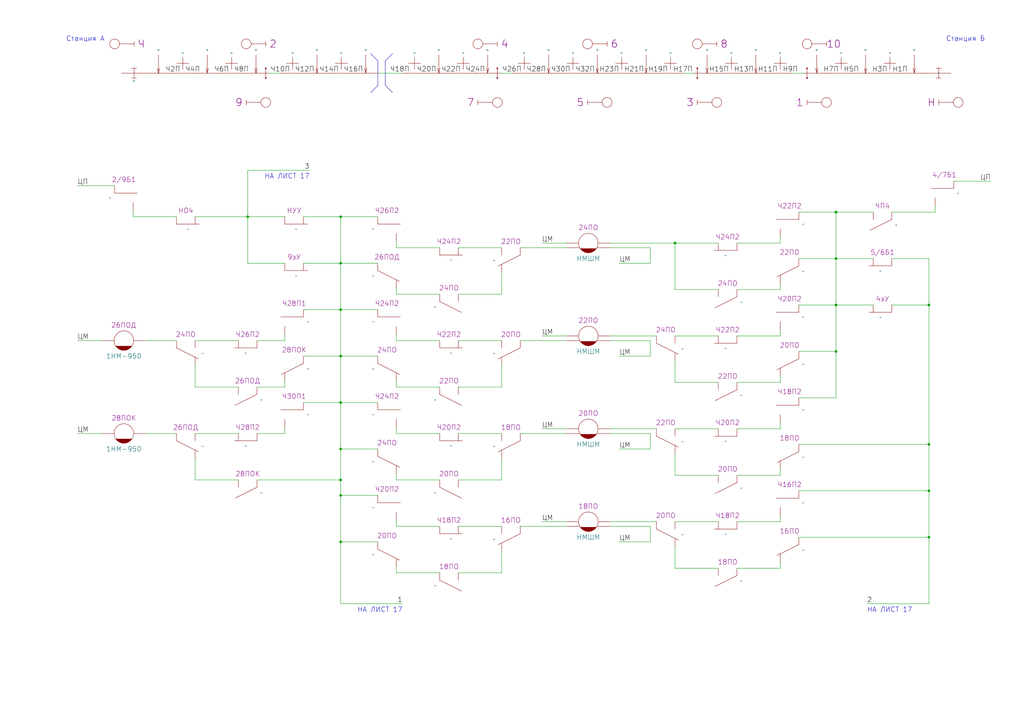
<source format=kicad_sch>
(kicad_sch (version 20231120) (generator "eeschema") (generator_version "8.0")
  (paper "A3")
  (title_block (title "Станция А") (company "МКТ РУТ (МИИТ)") (comment 1 "КП 27.02.03.03.000 ГЧ") (comment 2 "Сафранович") (comment 3 "Бузунова"))
  (lib_symbols
    (symbol "SCB:Генератор_Нитки"
      (symbol "Генератор_Нитки_0_1"
        (polyline (pts (xy 0 0) (xy -0.5 -2)))
        (polyline (pts (xy 0 0) (xy 0 -7.5)))
        (polyline (pts (xy 0 0) (xy 0.5 -2)))
        (polyline (pts (xy 5 0) (xy -5 0)))
      )
      (symbol "Генератор_Нитки_1_1"
        (pin unspecified line (at -5 0 0) (length 0) (name "") (number ""))
        (pin unspecified line (at 5 0 180) (length 0) (name "") (number ""))
      )
    )
    (symbol "SCB:Изостык" (pin_numbers hide) (pin_names (offset 0) hide)
      (symbol "Изостык_0_1"
        (polyline (pts (xy -1 -2) (xy 1 -2)))
        (polyline (pts (xy 0 -2) (xy 0 2)))
        (polyline (pts (xy 1 2) (xy -1 2)))
      )
      (symbol "Изостык_1_1"
        (pin unspecified line (at 0 0 90) (length 0) (name "привязка") (number ""))
      )
      (symbol "Изостык_2_1"
        (polyline (pts (xy -5 0) (xy 5 0)))
        (pin passive line (at 0 2 270) (length 0) (name "") (number ""))
        (pin unspecified line (at 5 0 180) (length 0) (name "") (number ""))
        (pin unspecified line (at -5 0 0) (length 0) (name "привязка") (number ""))
      )
    )
    (symbol "SCB:Приемник_Нитки"
      (symbol "Приемник_Нитки_0_1"
        (polyline (pts (xy -5 0) (xy 5 0)))
        (polyline (pts (xy 0 -1.5) (xy 0 -6.5)))
        (polyline (pts (xy 2.5 -4) (xy -2.5 -4)))
      )
      (symbol "Приемник_Нитки_1_1"
        (pin unspecified line (at -5 0 0) (length 0) (name "") (number ""))
        (pin unspecified line (at 5 0 180) (length 0) (name "") (number ""))
      )
    )
    (symbol "SCB:Светофор" (pin_numbers hide) (pin_names (offset 0) hide)
      (property "Литера" "?" (at 3 12 0))
      (symbol "Светофор_0_1"
        (circle (center -8 12) (radius 2))
        (polyline (pts (xy 0 11) (xy 0 13)))
        (polyline (pts (xy 0 12) (xy -6 12)))
      )
      (symbol "Светофор_1_1"
        (pin unspecified line (at 0 0 90) (length 0) (name "привязка") (number ""))
      )
    )
    (symbol "SCB:УКСПС" (pin_numbers hide) (pin_names (offset 0) hide)
      (property "Литера" "?УКСПС" (at 0 6 0))
      (symbol "УКСПС_0_1"
        (polyline (pts (xy 0 -2) (xy 0 2)))
      )
      (symbol "УКСПС_1_1"
        (circle (center 0 -2) (radius 0.25) (fill (type outline)))
        (circle (center 0 2) (radius 0.25) (fill (type outline)))
        (pin unspecified line (at 0 0 90) (length 0) (name "привязка") (number ""))
      )
      (symbol "УКСПС_2_1"
        (circle (center 0 -2) (radius 0.25) (fill (type outline)))
        (polyline (pts (xy -1.5 2.5) (xy -5.5 2.5)))
        (polyline (pts (xy -5.5 2.5) (xy -4 3) (xy -4 2) (xy -5.5 2.5)) (fill (type outline)))
        (circle (center 0 2) (radius 0.25) (fill (type outline)))
        (pin unspecified line (at 0 0 90) (length 0) (name "привязка") (number ""))
      )
    )
    (symbol "SCB_Relay:Контакт_нейтрального_якоря" (pin_numbers hide) (pin_names hide)
      (property "Обозначение реле" "Н" (at 0 2.54 0))
      (symbol "Контакт_нейтрального_якоря_0_1"
        (polyline (pts (xy -3.81 -3) (xy 5.19 -7.5)))
        (pin bidirectional line (at -3.81 0 270) (length 3) (name "") (number "1"))
      )
      (symbol "Контакт_нейтрального_якоря_1_1"
        (pin bidirectional line (at 3.81 0 270) (length 3) (name "") (number "2"))
        (pin bidirectional line (at 3.81 -10.16 90) (length 3.3) (name "") (number "3"))
      )
      (symbol "Контакт_нейтрального_якоря_2_1"
        (pin bidirectional line (at 3.81 -10.16 90) (length 3.3) (name "") (number "3"))
      )
      (symbol "Контакт_нейтрального_якоря_3_1"
        (pin bidirectional line (at 3.81 0 270) (length 3) (name "") (number "2"))
      )
      (symbol "Контакт_нейтрального_якоря_4_1"
        (polyline (pts (xy 3.81 -10.16) (xy 7.62 -10.16)))
        (polyline (pts (xy 3.81 -8.89) (xy 5.715 -10.16)))
        (polyline (pts (xy 3.81 -6.858) (xy 3.81 -10.16)))
        (polyline (pts (xy 3.81 -1.27) (xy 5.715 0)))
        (polyline (pts (xy 3.81 0) (xy 3.81 -3)))
        (polyline (pts (xy 3.81 0) (xy 7.62 0)))
        (pin bidirectional line (at -3.81 0 270) (length 3) (name "") (number "1"))
        (pin bidirectional line (at 8.89 0 180) (length 2) (name "") (number "2"))
        (pin bidirectional line (at 8.89 -10.16 180) (length 2) (name "") (number "3"))
      )
      (symbol "Контакт_нейтрального_якоря_5_1"
        (polyline (pts (xy 3.81 -1.27) (xy 5.715 0)))
        (polyline (pts (xy 3.81 0) (xy 3.81 -3)))
        (polyline (pts (xy 3.81 0) (xy 7.62 0)))
        (pin bidirectional line (at 8.89 0 180) (length 2) (name "") (number "2"))
      )
      (symbol "Контакт_нейтрального_якоря_6_1"
        (polyline (pts (xy 3.81 -8.89) (xy 5.715 -10.16)))
        (polyline (pts (xy 3.81 -6.858) (xy 3.81 -10.16) (xy 6.985 -10.16)))
        (pin bidirectional line (at 8.89 -10.16 180) (length 2) (name "") (number "3"))
      )
      (symbol "Контакт_нейтрального_якоря_7_1"
        (polyline (pts (xy 11.43 0) (xy 3.81 0) (xy 3.81 -3)))
        (polyline (pts (xy 3.81 0) (xy 5.5 1) (xy 8.5 -1) (xy 10 0)))
        (pin bidirectional line (at 12.7 0 180) (length 2) (name "") (number "2"))
        (pin bidirectional line (at 3.81 -10.16 90) (length 3.3) (name "") (number "3"))
      )
      (symbol "Контакт_нейтрального_якоря_8_1"
        (arc (start 5 -8.5) (mid 6.0355 -6) (end 5 -3.5))
        (pin bidirectional line (at 3.81 0 270) (length 3) (name "") (number "2"))
        (pin bidirectional line (at 3.81 -10.16 90) (length 3.3) (name "") (number "3"))
      )
    )
    (symbol "SCB_Relay:Контакт_нейтрального_якоря_НЗ" (pin_numbers hide) (pin_names hide)
      (property "Обозначение реле" "Н" (at 0 2.54 0))
      (symbol "Контакт_нейтрального_якоря_НЗ_0_1"
        (polyline (pts (xy -3.81 -3) (xy 5.5 -3)))
        (pin bidirectional line (at -3.81 0 270) (length 3) (name "") (number "1"))
      )
      (symbol "Контакт_нейтрального_якоря_НЗ_1_1"
        (pin bidirectional line (at 3.81 0 270) (length 3) (name "") (number "2"))
        (pin bidirectional line (at 3.81 -10.16 90) (length 3.3) (name "") (number "3"))
      )
      (symbol "Контакт_нейтрального_якоря_НЗ_2_1"
        (pin bidirectional line (at 3.81 -10.16 90) (length 3.3) (name "") (number "3"))
      )
      (symbol "Контакт_нейтрального_якоря_НЗ_3_1"
        (pin bidirectional line (at 3.81 0 270) (length 3) (name "") (number "2"))
      )
      (symbol "Контакт_нейтрального_якоря_НЗ_4_1"
        (polyline (pts (xy 3.81 -10.16) (xy 7.62 -10.16)))
        (polyline (pts (xy 3.81 -8.89) (xy 5.715 -10.16)))
        (polyline (pts (xy 3.81 -6.858) (xy 3.81 -10.16)))
        (polyline (pts (xy 3.81 -1.27) (xy 5.715 0)))
        (polyline (pts (xy 3.81 0) (xy 3.81 -3)))
        (polyline (pts (xy 3.81 0) (xy 7.62 0)))
        (pin bidirectional line (at -3.81 0 270) (length 3) (name "") (number "1"))
        (pin bidirectional line (at 8.89 0 180) (length 2) (name "") (number "2"))
        (pin bidirectional line (at 8.89 -10.16 180) (length 2) (name "") (number "3"))
      )
      (symbol "Контакт_нейтрального_якоря_НЗ_5_1"
        (polyline (pts (xy 3.81 -1.27) (xy 5.715 0)))
        (polyline (pts (xy 3.81 0) (xy 3.81 -3)))
        (polyline (pts (xy 3.81 0) (xy 7.62 0)))
        (pin bidirectional line (at 8.89 0 180) (length 2) (name "") (number "2"))
      )
      (symbol "Контакт_нейтрального_якоря_НЗ_6_1"
        (polyline (pts (xy 3.81 -8.89) (xy 5.715 -10.16)))
        (polyline (pts (xy 3.81 -6.858) (xy 3.81 -10.16) (xy 6.985 -10.16)))
        (pin bidirectional line (at 8.89 -10.16 180) (length 2) (name "") (number "3"))
      )
      (symbol "Контакт_нейтрального_якоря_НЗ_7_1"
        (polyline (pts (xy 11.43 0) (xy 3.81 0) (xy 3.81 -3)))
        (polyline (pts (xy 3.81 0) (xy 5.5 1) (xy 8.5 -1) (xy 10 0)))
        (pin bidirectional line (at 12.7 0 180) (length 2) (name "") (number "2"))
        (pin bidirectional line (at 3.81 -10.16 90) (length 3.3) (name "") (number "3"))
      )
      (symbol "Контакт_нейтрального_якоря_НЗ_8_1"
        (arc (start 5 -8.5) (mid 6.0355 -6) (end 5 -3.5))
        (pin bidirectional line (at 3.81 0 270) (length 3) (name "") (number "2"))
        (pin bidirectional line (at 3.81 -10.16 90) (length 3.3) (name "") (number "3"))
      )
    )
    (symbol "SCB_Relay:Нейтральное_с_замедлением_на_отпуск" (pin_numbers hide) (pin_names (offset 0.002) hide)
      (property "Value" "НМШМ" (at 0 -6.35 0))
      (property "Обозначение реле" "Н" (at 0 6.35 0))
      (symbol "Нейтральное_с_замедлением_на_отпуск_0_1"
        (polyline (pts (xy -3.25 -2.25) (xy 3.25 -2.25) (xy 2.5 -3) (xy 1.25 -3.75) (xy 0 -4) (xy -1.25 -3.75) (xy -2.5 -3) (xy -3.25 -2.25)) (fill (type outline)))
        (circle (center 0 0) (radius 4))
      )
      (symbol "Нейтральное_с_замедлением_на_отпуск_1_1"
        (pin power_in line (at -8.89 0 0) (length 4.8) (name "") (number "1"))
        (pin power_in line (at 8.89 0 180) (length 4.8) (name "") (number "4"))
      )
      (symbol "Нейтральное_с_замедлением_на_отпуск_2_1"
        (pin power_in line (at -8.89 0 0) (length 4.8) (name "") (number "1"))
        (pin power_in line (at -8.89 -1.905 0) (length 5.3) (name "") (number "2"))
        (pin power_in line (at 8.89 0 180) (length 4.8) (name "") (number "3"))
        (pin power_in line (at 8.89 -1.905 180) (length 5.3) (name "") (number "4"))
      )
    )
  )
  (junction (at 139.7 88.9))
  (junction (at 381 125.095))
  (junction (at 276.86 99.695))
  (junction (at 139.7 196.85))
  (junction (at 342.9 106.045))
  (junction (at 101.6 88.9))
  (junction (at 381 201.295))
  (junction (at 139.7 146.05))
  (junction (at 342.9 125.095))
  (junction (at 139.7 203.2))
  (junction (at 139.7 127))
  (junction (at 139.7 184.15))
  (junction (at 139.7 165.1))
  (junction (at 381 220.345))
  (junction (at 342.9 144.145))
  (junction (at 139.7 222.25))
  (junction (at 342.9 86.995))
  (junction (at 139.7 107.95))
  (junction (at 381 182.245))
  (wire (pts (xy 222.25 213.995) (xy 232.41 213.995)))
  (wire (pts (xy 105.41 139.7) (xy 116.84 139.7)))
  (wire (pts (xy 205.74 158.75) (xy 187.96 158.75)))
  (wire (pts (xy 110 30) (xy 115 30)))
  (wire (pts (xy 266.7 215.9) (xy 250.19 215.9)))
  (polyline (pts (xy 161 22) (xy 158 25)))
  (wire (pts (xy 165.1 247.65) (xy 139.7 247.65)))
  (wire (pts (xy 327.66 182.245) (xy 381 182.245)))
  (wire (pts (xy 381 201.295) (xy 381 220.345)))
  (wire (pts (xy 320.04 175.895) (xy 302.26 175.895)))
  (wire (pts (xy 254 107.95) (xy 266.7 107.95)))
  (wire (pts (xy 205.74 234.95) (xy 187.96 234.95)))
  (wire (pts (xy 320.04 230.505) (xy 320.04 233.045)))
  (wire (pts (xy 342.9 125.095) (xy 342.9 144.145)))
  (wire (pts (xy 124.46 146.05) (xy 139.7 146.05)))
  (wire (pts (xy 381 106.045) (xy 381 125.095)))
  (wire (pts (xy 365.76 125.095) (xy 381 125.095)))
  (wire (pts (xy 320.04 213.995) (xy 302.26 213.995)))
  (wire (pts (xy 213.36 139.7) (xy 232.41 139.7)))
  (wire (pts (xy 105.41 196.85) (xy 139.7 196.85)))
  (wire (pts (xy 187.96 215.9) (xy 205.74 215.9)))
  (wire (pts (xy 213.36 101.6) (xy 232.41 101.6)))
  (wire (pts (xy 205.74 111.76) (xy 205.74 120.65)))
  (wire (pts (xy 162.56 194.31) (xy 162.56 196.85)))
  (wire (pts (xy 162.56 158.75) (xy 180.34 158.75)))
  (wire (pts (xy 155 30) (xy 165 30)))
  (wire (pts (xy 302.26 233.045) (xy 320.04 233.045)))
  (wire (pts (xy 139.7 203.2) (xy 154.94 203.2)))
  (wire (pts (xy 162.56 118.11) (xy 162.56 120.65)))
  (wire (pts (xy 342.9 125.095) (xy 342.9 106.045)))
  (wire (pts (xy 276.86 99.695) (xy 294.64 99.695)))
  (wire (pts (xy 139.7 88.9) (xy 139.7 107.95)))
  (polyline (pts (xy 152 22) (xy 155 25)))
  (wire (pts (xy 320.04 118.745) (xy 302.26 118.745)))
  (wire (pts (xy 101.6 88.9) (xy 101.6 107.95)))
  (wire (pts (xy 342.9 144.145) (xy 342.9 163.195)))
  (wire (pts (xy 105.41 177.8) (xy 116.84 177.8)))
  (wire (pts (xy 162.56 196.85) (xy 180.34 196.85)))
  (wire (pts (xy 139.7 146.05) (xy 154.94 146.05)))
  (wire (pts (xy 266.7 101.6) (xy 250.19 101.6)))
  (wire (pts (xy 162.56 177.8) (xy 180.34 177.8)))
  (wire (pts (xy 342.9 163.195) (xy 327.66 163.195)))
  (wire (pts (xy 276.86 233.045) (xy 294.64 233.045)))
  (wire (pts (xy 80.01 149.86) (xy 80.01 158.75)))
  (wire (pts (xy 101.6 88.9) (xy 116.84 88.9)))
  (wire (pts (xy 187.96 101.6) (xy 205.74 101.6)))
  (wire (pts (xy 213.36 177.8) (xy 232.41 177.8)))
  (wire (pts (xy 139.7 222.25) (xy 139.7 247.65)))
  (wire (pts (xy 342.9 125.095) (xy 358.14 125.095)))
  (wire (pts (xy 127 69.85) (xy 101.6 69.85)))
  (wire (pts (xy 124.46 165.1) (xy 139.7 165.1)))
  (wire (pts (xy 31.75 139.7) (xy 41.91 139.7)))
  (wire (pts (xy 320.04 211.455) (xy 320.04 213.995)))
  (wire (pts (xy 222.25 137.795) (xy 232.41 137.795)))
  (wire (pts (xy 124.46 127) (xy 139.7 127)))
  (wire (pts (xy 162.56 232.41) (xy 162.56 234.95)))
  (wire (pts (xy 59.69 139.7) (xy 72.39 139.7)))
  (wire (pts (xy 80.01 88.9) (xy 101.6 88.9)))
  (wire (pts (xy 254 146.05) (xy 266.7 146.05)))
  (wire (pts (xy 162.56 234.95) (xy 180.34 234.95)))
  (wire (pts (xy 342.9 106.045) (xy 358.14 106.045)))
  (wire (pts (xy 162.56 120.65) (xy 180.34 120.65)))
  (wire (pts (xy 320.04 116.205) (xy 320.04 118.745)))
  (wire (pts (xy 205.74 149.86) (xy 205.74 158.75)))
  (wire (pts (xy 80.01 196.85) (xy 97.79 196.85)))
  (wire (pts (xy 139.7 184.15) (xy 139.7 196.85)))
  (wire (pts (xy 162.56 175.26) (xy 162.56 177.8)))
  (wire (pts (xy 342.9 86.995) (xy 342.9 106.045)))
  (wire (pts (xy 139.7 107.95) (xy 154.94 107.95)))
  (wire (pts (xy 31.75 76.2) (xy 46.99 76.2)))
  (wire (pts (xy 320.04 97.155) (xy 320.04 99.695)))
  (wire (pts (xy 365.76 106.045) (xy 381 106.045)))
  (wire (pts (xy 162.56 99.06) (xy 162.56 101.6)))
  (wire (pts (xy 320.04 135.255) (xy 320.04 137.795)))
  (wire (pts (xy 276.86 118.745) (xy 294.64 118.745)))
  (wire (pts (xy 124.46 107.95) (xy 139.7 107.95)))
  (wire (pts (xy 266.7 222.25) (xy 266.7 215.9)))
  (wire (pts (xy 280 30) (xy 285 30)))
  (wire (pts (xy 162.56 215.9) (xy 180.34 215.9)))
  (wire (pts (xy 254 184.15) (xy 266.7 184.15)))
  (wire (pts (xy 381 182.245) (xy 381 201.295)))
  (wire (pts (xy 250.19 175.895) (xy 269.24 175.895)))
  (wire (pts (xy 139.7 222.25) (xy 139.7 203.2)))
  (wire (pts (xy 320.04 99.695) (xy 302.26 99.695)))
  (wire (pts (xy 116.84 175.26) (xy 116.84 177.8)))
  (wire (pts (xy 266.7 184.15) (xy 266.7 177.8)))
  (wire (pts (xy 54.61 86.36) (xy 54.61 88.9)))
  (wire (pts (xy 80.01 177.8) (xy 97.79 177.8)))
  (wire (pts (xy 162.56 213.36) (xy 162.56 215.9)))
  (wire (pts (xy 80.01 158.75) (xy 97.79 158.75)))
  (wire (pts (xy 381 125.095) (xy 381 182.245)))
  (wire (pts (xy 294.64 137.795) (xy 276.86 137.795)))
  (wire (pts (xy 162.56 137.16) (xy 162.56 139.7)))
  (wire (pts (xy 205 30) (xy 210 30)))
  (wire (pts (xy 325 30) (xy 330 30)))
  (wire (pts (xy 254 222.25) (xy 266.7 222.25)))
  (wire (pts (xy 355.6 247.65) (xy 381 247.65)))
  (wire (pts (xy 116.84 156.21) (xy 116.84 158.75)))
  (wire (pts (xy 381 220.345) (xy 381 247.65)))
  (wire (pts (xy 320.04 192.405) (xy 320.04 194.945)))
  (wire (pts (xy 276.86 147.955) (xy 276.86 156.845)))
  (wire (pts (xy 54.61 88.9) (xy 72.39 88.9)))
  (wire (pts (xy 276.86 194.945) (xy 294.64 194.945)))
  (wire (pts (xy 342.9 86.995) (xy 358.14 86.995)))
  (wire (pts (xy 320.04 156.845) (xy 302.26 156.845)))
  (wire (pts (xy 187.96 139.7) (xy 205.74 139.7)))
  (wire (pts (xy 139.7 196.85) (xy 139.7 203.2)))
  (wire (pts (xy 320.04 173.355) (xy 320.04 175.895)))
  (wire (pts (xy 276.86 186.055) (xy 276.86 194.945)))
  (wire (pts (xy 116.84 158.75) (xy 105.41 158.75)))
  (wire (pts (xy 162.56 139.7) (xy 180.34 139.7)))
  (wire (pts (xy 327.66 220.345) (xy 381 220.345)))
  (wire (pts (xy 320.04 194.945) (xy 302.26 194.945)))
  (wire (pts (xy 162.56 101.6) (xy 180.34 101.6)))
  (wire (pts (xy 80.01 139.7) (xy 97.79 139.7)))
  (wire (pts (xy 139.7 88.9) (xy 154.94 88.9)))
  (wire (pts (xy 59.69 177.8) (xy 72.39 177.8)))
  (wire (pts (xy 250.19 137.795) (xy 269.24 137.795)))
  (wire (pts (xy 342.9 106.045) (xy 327.66 106.045)))
  (wire (pts (xy 187.96 177.8) (xy 205.74 177.8)))
  (wire (pts (xy 101.6 107.95) (xy 116.84 107.95)))
  (wire (pts (xy 266.7 107.95) (xy 266.7 101.6)))
  (wire (pts (xy 31.75 177.8) (xy 41.91 177.8)))
  (wire (pts (xy 342.9 86.995) (xy 327.66 86.995)))
  (wire (pts (xy 205.74 187.96) (xy 205.74 196.85)))
  (wire (pts (xy 342.9 144.145) (xy 327.66 144.145)))
  (wire (pts (xy 320.04 154.305) (xy 320.04 156.845)))
  (wire (pts (xy 213.36 215.9) (xy 232.41 215.9)))
  (wire (pts (xy 139.7 107.95) (xy 139.7 127)))
  (wire (pts (xy 222.25 175.895) (xy 232.41 175.895)))
  (wire (pts (xy 320.04 137.795) (xy 302.26 137.795)))
  (wire (pts (xy 139.7 127) (xy 139.7 146.05)))
  (wire (pts (xy 391.16 74.295) (xy 406.4 74.295)))
  (wire (pts (xy 205.74 226.06) (xy 205.74 234.95)))
  (wire (pts (xy 116.84 137.16) (xy 116.84 139.7)))
  (wire (pts (xy 342.9 125.095) (xy 327.66 125.095)))
  (wire (pts (xy 383.54 86.995) (xy 365.76 86.995)))
  (wire (pts (xy 327.66 201.295) (xy 381 201.295)))
  (wire (pts (xy 294.64 213.995) (xy 276.86 213.995)))
  (wire (pts (xy 139.7 165.1) (xy 154.94 165.1)))
  (wire (pts (xy 80.01 187.96) (xy 80.01 196.85)))
  (wire (pts (xy 294.64 175.895) (xy 276.86 175.895)))
  (wire (pts (xy 139.7 146.05) (xy 139.7 165.1)))
  (polyline (pts (xy 152 38) (xy 155 35)))
  (wire (pts (xy 222.25 99.695) (xy 232.41 99.695)))
  (wire (pts (xy 276.86 156.845) (xy 294.64 156.845)))
  (wire (pts (xy 154.94 222.25) (xy 139.7 222.25)))
  (wire (pts (xy 124.46 88.9) (xy 139.7 88.9)))
  (polyline (pts (xy 158 35) (xy 161 38)))
  (wire (pts (xy 139.7 165.1) (xy 139.7 184.15)))
  (wire (pts (xy 266.7 146.05) (xy 266.7 139.7)))
  (wire (pts (xy 383.54 84.455) (xy 383.54 86.995)))
  (wire (pts (xy 266.7 139.7) (xy 250.19 139.7)))
  (wire (pts (xy 276.86 99.695) (xy 276.86 118.745)))
  (wire (pts (xy 162.56 156.21) (xy 162.56 158.75)))
  (wire (pts (xy 205.74 196.85) (xy 187.96 196.85)))
  (wire (pts (xy 250.19 213.995) (xy 269.24 213.995)))
  (wire (pts (xy 139.7 184.15) (xy 154.94 184.15)))
  (wire (pts (xy 139.7 127) (xy 154.94 127)))
  (wire (pts (xy 205.74 120.65) (xy 187.96 120.65)))
  (wire (pts (xy 276.86 224.155) (xy 276.86 233.045)))
  (polyline (pts (xy 155 25) (xy 155 35)))
  (wire (pts (xy 250.19 99.695) (xy 276.86 99.695)))
  (wire (pts (xy 101.6 69.85) (xy 101.6 88.9)))
  (wire (pts (xy 266.7 177.8) (xy 250.19 177.8)))
  (polyline (pts (xy 158 25) (xy 158 35)))
  (text "Станция А" (at 35 16 0) (effects (font (size 2 2))))
  (text "Станция Б" (at 396 16 0) (effects (font (size 2 2))))
  (text "НА ЛИСТ 17" (at 355.6 250.19 0) (effects (font (size 2 2)) (justify left)))
  (text "НА ЛИСТ 17" (at 127 72.39 0) (effects (font (size 2 2)) (justify right)))
  (text "НА ЛИСТ 17" (at 165.1 250.19 0) (effects (font (size 2 2)) (justify right)))
  (label "Ч28П" (at 216 30 0) (effects (font (size 2 2))) (property "Netclass" "Рельсы" (effects (hide yes))))
  (label "Ч32П" (at 236 30 0) (effects (font (size 2 2))) (property "Netclass" "Рельсы" (effects (hide yes))))
  (label "Н11П" (at 319 30 180) (effects (font (size 2 2))) (property "Netclass" "Рельсы" (effects (hide yes))))
  (label "Ч4П" (at 76 30 0) (effects (font (size 2 2))) (property "Netclass" "Рельсы" (effects (hide yes))))
  (label "ЦМ" (at 222.25 213.995 0) (effects (font (size 2 2))) (property "Netclass" "Цепь" (effects (hide yes))))
  (label "ЦМ" (at 222.25 137.795 0) (effects (font (size 2 2))) (property "Netclass" "Цепь" (effects (hide yes))))
  (label "Ч26П" (at 214 30 180) (effects (font (size 2 2))) (property "Netclass" "Рельсы" (effects (hide yes))))
  (label "Н5П" (at 346 30 0) (effects (font (size 2 2))) (property "Netclass" "Рельсы" (effects (hide yes))))
  (label "Ч10П" (at 119 30 180) (effects (font (size 2 2))) (property "Netclass" "Рельсы" (effects (hide yes))))
  (label "Н23П" (at 254 30 180) (effects (font (size 2 2))) (property "Netclass" "Рельсы" (effects (hide yes))))
  (label "Н1П" (at 366 30 0) (effects (font (size 2 2))) (property "Netclass" "Рельсы" (effects (hide yes))))
  (label "Н21П" (at 256 30 0) (effects (font (size 2 2))) (property "Netclass" "Рельсы" (effects (hide yes))))
  (label "Ч12П" (at 121 30 0) (effects (font (size 2 2))) (property "Netclass" "Рельсы" (effects (hide yes))))
  (label "Ч30П" (at 234 30 180) (effects (font (size 2 2))) (property "Netclass" "Рельсы" (effects (hide yes))))
  (label "ЦП" (at 31.75 76.2 0) (effects (font (size 2 2))) (property "Netclass" "Цепь" (effects (hide yes))))
  (label "ЦП" (at 406.4 74.295 180) (effects (font (size 2 2))) (property "Netclass" "Цепь" (effects (hide yes))))
  (label "Ч8П" (at 96 30 0) (effects (font (size 2 2))) (property "Netclass" "Рельсы" (effects (hide yes))))
  (label "Ч24П" (at 191 30 0) (effects (font (size 2 2))) (property "Netclass" "Рельсы" (effects (hide yes))))
  (label "ЦМ" (at 31.75 139.7 0) (effects (font (size 2 2))) (property "Netclass" "Цепь" (effects (hide yes))))
  (label "Н3П" (at 364 30 180) (effects (font (size 2 2))) (property "Netclass" "Рельсы" (effects (hide yes))))
  (label "Н15П" (at 299 30 180) (effects (font (size 2 2))) (property "Netclass" "Рельсы" (effects (hide yes))))
  (label "ЦМ" (at 254 146.05 0) (effects (font (size 2 2))) (property "Netclass" "Цепь" (effects (hide yes))))
  (label "3" (at 127 69.85 180) (effects (font (size 2 2))) (property "Netclass" "Цепь" (effects (hide yes))))
  (label "1" (at 165.1 247.65 180) (effects (font (size 2 2))) (property "Netclass" "Цепь" (effects (hide yes))))
  (label "ЦМ" (at 222.25 175.895 0) (effects (font (size 2 2))) (property "Netclass" "Цепь" (effects (hide yes))))
  (label "Н9П" (at 321 30 0) (effects (font (size 2 2))) (property "Netclass" "Рельсы" (effects (hide yes))))
  (label "ЦМ" (at 222.25 99.695 0) (effects (font (size 2 2))) (property "Netclass" "Цепь" (effects (hide yes))))
  (label "Ч22П" (at 189 30 180) (effects (font (size 2 2))) (property "Netclass" "Рельсы" (effects (hide yes))))
  (label "Ч6П" (at 94 30 180) (effects (font (size 2 2))) (property "Netclass" "Рельсы" (effects (hide yes))))
  (label "Ч2П" (at 74 30 180) (effects (font (size 2 2))) (property "Netclass" "Рельсы" (effects (hide yes))))
  (label "Ч14П" (at 139 30 180) (effects (font (size 2 2))) (property "Netclass" "Рельсы" (effects (hide yes))))
  (label "ЦМ" (at 254 222.25 0) (effects (font (size 2 2))) (property "Netclass" "Цепь" (effects (hide yes))))
  (label "Н13П" (at 301 30 0) (effects (font (size 2 2))) (property "Netclass" "Рельсы" (effects (hide yes))))
  (label "Ч16П" (at 141 30 0) (effects (font (size 2 2))) (property "Netclass" "Рельсы" (effects (hide yes))))
  (label "ЦМ" (at 254 107.95 0) (effects (font (size 2 2))) (property "Netclass" "Цепь" (effects (hide yes))))
  (label "Н19П" (at 274 30 180) (effects (font (size 2 2))) (property "Netclass" "Рельсы" (effects (hide yes))))
  (label "Н7П" (at 344 30 180) (effects (font (size 2 2))) (property "Netclass" "Рельсы" (effects (hide yes))))
  (label "ЦМ" (at 31.75 177.8 0) (effects (font (size 2 2))) (property "Netclass" "Цепь" (effects (hide yes))))
  (label "Ч18П" (at 168 30 180) (effects (font (size 2 2))) (property "Netclass" "Рельсы" (effects (hide yes))))
  (label "ЦМ" (at 254 184.15 0) (effects (font (size 2 2))) (property "Netclass" "Цепь" (effects (hide yes))))
  (label "2" (at 355.6 247.65 0) (effects (font (size 2 2))) (property "Netclass" "Цепь" (effects (hide yes))))
  (label "Н17П" (at 276 30 0) (effects (font (size 2 2))) (property "Netclass" "Рельсы" (effects (hide yes))))
  (label "Ч20П" (at 171 30 0) (effects (font (size 2 2))) (property "Netclass" "Рельсы" (effects (hide yes))))
  (symbol (lib_id "SCB:Генератор_Нитки") (at 225 30 180) (unit 1)
    (property "Reference" "Генератор1111113111" (effects (hide yes)))
    (property "Value" "~" (at 225 20.48 0))
  )
  (symbol (lib_id "SCB_Relay:Контакт_нейтрального_якоря") (at 361.95 86.995 0) (mirror y) (unit 3)
    (property "Reference" "Н112111" (effects (hide yes)))
    (property "Value" "~" (at 367.03 92.245 0) (effects (justify right)))
    (property "Обозначение реле" "ЧП4" (at 361.95 84.455 0) (effects (font (size 2 2))))
  )
  (symbol (lib_id "SCB_Relay:Контакт_нейтрального_якоря_НЗ") (at 323.85 201.295 0) (mirror y) (unit 2)
    (property "Reference" "Н131114" (effects (hide yes)))
    (property "Value" "~" (at 328.93 206.225 0) (effects (justify right)))
    (property "Обозначение реле" "Ч16П2" (at 323.85 198.755 0) (effects (font (size 2 2))))
  )
  (symbol (lib_id "SCB:УКСПС") (at 109 30 0) (unit 1)
    (property "Reference" "УКСПС11111" (effects (hide yes)))
    (property "Литера" "?УКСПС" (effects (hide yes)))
  )
  (symbol (lib_id "SCB_Relay:Контакт_нейтрального_якоря") (at 184.15 158.75 0) (unit 3)
    (property "Reference" "Н1121" (effects (hide yes)))
    (property "Value" "~" (at 179.07 164 0) (effects (justify right)))
    (property "Обозначение реле" "22ПО" (at 184.15 156.21 0) (effects (font (size 2 2))))
  )
  (symbol (lib_id "SCB_Relay:Нейтральное_с_замедлением_на_отпуск") (at 241.3 213.995 0) (unit 2)
    (property "Reference" "Н115" (effects (hide yes)))
    (property "Value" "НМШМ" (at 241.3 220.345 0) (effects (font (size 2 2))))
    (property "Обозначение реле" "18ПО" (at 241.3 207.645 0) (effects (font (size 2 2))))
  )
  (symbol (lib_id "SCB_Relay:Контакт_нейтрального_якоря") (at 298.45 156.845 0) (mirror y) (unit 3)
    (property "Reference" "Н11212" (effects (hide yes)))
    (property "Value" "~" (at 303.53 162.095 0) (effects (justify right)))
    (property "Обозначение реле" "22ПО" (at 298.45 154.305 0) (effects (font (size 2 2))))
  )
  (symbol (lib_id "SCB_Relay:Контакт_нейтрального_якоря") (at 158.75 146.05 0) (unit 2)
    (property "Reference" "Н11111" (effects (hide yes)))
    (property "Value" "~" (at 153.67 151.3 0) (effects (justify right)))
    (property "Обозначение реле" "24ПО" (at 158.75 143.51 0) (effects (font (size 2 2))))
  )
  (symbol (lib_id "SCB_Relay:Контакт_нейтрального_якоря") (at 120.65 146.05 0) (mirror y) (unit 2)
    (property "Reference" "Н112" (effects (hide yes)))
    (property "Value" "~" (at 125.73 151.3 0) (effects (justify right)))
    (property "Обозначение реле" "28ПОК" (at 120.65 143.51 0) (effects (font (size 2 2))))
  )
  (symbol (lib_id "SCB:Генератор_Нитки") (at 85 30 180) (unit 1)
    (property "Reference" "Генератор111111111" (effects (hide yes)))
    (property "Value" "~" (at 85 20.48 0))
  )
  (symbol (lib_id "SCB:Генератор_Нитки") (at 150 30 180) (unit 1)
    (property "Reference" "Генератор1111111111" (effects (hide yes)))
    (property "Value" "~" (at 150 20.48 0))
  )
  (symbol (lib_id "SCB_Relay:Контакт_нейтрального_якоря_НЗ") (at 158.75 88.9 0) (unit 2)
    (property "Reference" "Н1311" (effects (hide yes)))
    (property "Value" "~" (at 153.67 93.83 0) (effects (justify right)))
    (property "Обозначение реле" "Ч26П2" (at 158.75 86.36 0) (effects (font (size 2 2))))
  )
  (symbol (lib_id "SCB:Светофор") (at 204 30 0) (unit 1)
    (property "Reference" "Светофор112111" (effects (hide yes)))
    (property "Литера" "4" (at 207 18 0) (effects (font (size 3 3))))
  )
  (symbol (lib_id "SCB:Приемник_Нитки") (at 255 30 180) (unit 1)
    (property "Reference" "Приемник111115111" (effects (hide yes)))
    (property "Value" "~" (at 255 21.75 0))
  )
  (symbol (lib_id "SCB:Приемник_Нитки") (at 190 30 180) (unit 1)
    (property "Reference" "Приемник1111112111" (effects (hide yes)))
    (property "Value" "~" (at 190 21.75 0))
  )
  (symbol (lib_id "SCB:Генератор_Нитки") (at 200 30 180) (unit 1)
    (property "Reference" "Генератор1111112111" (effects (hide yes)))
    (property "Value" "~" (at 200 20.48 0))
  )
  (symbol (lib_id "SCB:Генератор_Нитки") (at 375 30 180) (unit 1)
    (property "Reference" "Генератор11111110111" (effects (hide yes)))
    (property "Value" "~" (at 375 20.48 0))
  )
  (symbol (lib_id "SCB_Relay:Контакт_нейтрального_якоря_НЗ") (at 361.95 125.095 0) (mirror y) (unit 3)
    (property "Reference" "Н11111111" (effects (hide yes)))
    (property "Value" "~" (at 361.105 130.175 0))
    (property "Обозначение реле" "4зУ" (at 361.95 122.555 0) (effects (font (size 2 2))))
  )
  (symbol (lib_id "SCB:Приемник_Нитки") (at 345 30 180) (unit 1)
    (property "Reference" "Приемник111119111" (effects (hide yes)))
    (property "Value" "~" (at 345 21.75 0))
  )
  (symbol (lib_id "SCB:Приемник_Нитки") (at 320 30 180) (unit 1)
    (property "Reference" "Приемник111118111" (effects (hide yes)))
    (property "Value" "~" (at 320 21.75 0))
  )
  (symbol (lib_id "SCB:Изостык") (at 385 30 180) (unit 2)
    (property "Reference" "И111111" (effects (hide yes)))
    (property "Value" "~" (at 385 30 0))
  )
  (symbol (lib_id "SCB:Приемник_Нитки") (at 120 30 180) (unit 1)
    (property "Reference" "Приемник111111111" (effects (hide yes)))
    (property "Value" "~" (at 120 21.75 0))
  )
  (symbol (lib_id "SCB_Relay:Контакт_нейтрального_якоря_НЗ") (at 298.45 175.895 0) (mirror y) (unit 3)
    (property "Reference" "Н11112" (effects (hide yes)))
    (property "Value" "~" (at 297.605 180.975 0))
    (property "Обозначение реле" "Ч20П2" (at 298.45 173.355 0) (effects (font (size 2 2))))
  )
  (symbol (lib_id "SCB_Relay:Контакт_нейтрального_якоря") (at 298.45 233.045 0) (mirror y) (unit 3)
    (property "Reference" "Н11213" (effects (hide yes)))
    (property "Value" "~" (at 303.53 238.295 0) (effects (justify right)))
    (property "Обозначение реле" "18ПО" (at 298.45 230.505 0) (effects (font (size 2 2))))
  )
  (symbol (lib_id "SCB:Генератор_Нитки") (at 355 30 180) (unit 1)
    (property "Reference" "Генератор1111119111" (effects (hide yes)))
    (property "Value" "~" (at 355 20.48 0))
  )
  (symbol (lib_id "SCB_Relay:Контакт_нейтрального_якоря") (at 158.75 107.95 0) (unit 2)
    (property "Reference" "Н1111" (effects (hide yes)))
    (property "Value" "~" (at 153.67 113.2 0) (effects (justify right)))
    (property "Обозначение реле" "26ПОД" (at 158.75 105.41 0) (effects (font (size 2 2))))
  )
  (symbol (lib_id "SCB:Генератор_Нитки") (at 335 30 180) (unit 1)
    (property "Reference" "Генератор1111118111" (effects (hide yes)))
    (property "Value" "~" (at 335 20.48 0))
  )
  (symbol (lib_id "SCB_Relay:Контакт_нейтрального_якоря") (at 184.15 120.65 0) (unit 3)
    (property "Reference" "Н112" (effects (hide yes)))
    (property "Value" "~" (at 179.07 125.9 0) (effects (justify right)))
    (property "Обозначение реле" "24ПО" (at 184.15 118.11 0) (effects (font (size 2 2))))
  )
  (symbol (lib_id "SCB:Генератор_Нитки") (at 105 30 180) (unit 1)
    (property "Reference" "Генератор111112111" (effects (hide yes)))
    (property "Value" "~" (at 105 20.48 0))
  )
  (symbol (lib_id "SCB_Relay:Контакт_нейтрального_якоря_НЗ") (at 184.15 215.9 0) (unit 3)
    (property "Reference" "Н1113" (effects (hide yes)))
    (property "Value" "~" (at 184.995 220.98 0))
    (property "Обозначение реле" "Ч18П2" (at 184.15 213.36 0) (effects (font (size 2 2))))
  )
  (symbol (lib_id "SCB_Relay:Контакт_нейтрального_якоря") (at 209.55 101.6 0) (mirror y) (unit 1)
    (property "Reference" "Н112" (effects (hide yes)))
    (property "Value" "~" (at 203.2 106.85 0) (effects (justify left)))
    (property "Обозначение реле" "22ПО" (at 209.55 99.06 0) (effects (font (size 2 2))))
  )
  (symbol (lib_id "SCB_Relay:Контакт_нейтрального_якоря") (at 298.45 118.745 0) (mirror y) (unit 3)
    (property "Reference" "Н1123" (effects (hide yes)))
    (property "Value" "~" (at 303.53 123.995 0) (effects (justify right)))
    (property "Обозначение реле" "24ПО" (at 298.45 116.205 0) (effects (font (size 2 2))))
  )
  (symbol (lib_id "SCB:Приемник_Нитки") (at 95 30 180) (unit 1)
    (property "Reference" "Приемник1112111" (effects (hide yes)))
    (property "Value" "~" (at 95 21.75 0))
  )
  (symbol (lib_id "SCB:Приемник_Нитки") (at 215 30 180) (unit 1)
    (property "Reference" "Приемник111113111" (effects (hide yes)))
    (property "Value" "~" (at 215 21.75 0))
  )
  (symbol (lib_id "SCB:Генератор_Нитки") (at 180 30 180) (unit 1)
    (property "Reference" "Генератор11111112111" (effects (hide yes)))
    (property "Value" "~" (at 180 20.48 0))
  )
  (symbol (lib_id "SCB_Relay:Контакт_нейтрального_якоря_НЗ") (at 184.15 101.6 0) (unit 3)
    (property "Reference" "Н113" (effects (hide yes)))
    (property "Value" "~" (at 184.995 106.68 0))
    (property "Обозначение реле" "Ч24П2" (at 184.15 99.06 0) (effects (font (size 2 2))))
  )
  (symbol (lib_id "SCB:Светофор") (at 241 30 180) (unit 1)
    (property "Reference" "Светофор1111111" (effects (hide yes)))
    (property "Литера" "5" (at 238 42 0) (effects (font (size 3 3))))
  )
  (symbol (lib_id "SCB_Relay:Контакт_нейтрального_якоря") (at 101.6 196.85 0) (mirror y) (unit 3)
    (property "Reference" "Н121" (effects (hide yes)))
    (property "Value" "~" (at 106.68 202.1 0) (effects (justify right)))
    (property "Обозначение реле" "28ПОК" (at 101.6 194.31 0) (effects (font (size 2 2))))
  )
  (symbol (lib_id "SCB_Relay:Контакт_нейтрального_якоря_НЗ") (at 76.2 88.9 0) (unit 3)
    (property "Reference" "Н1311" (effects (hide yes)))
    (property "Value" "~" (at 77.045 93.98 0))
    (property "Обозначение реле" "НО4" (at 76.2 86.36 0) (effects (font (size 2 2))))
  )
  (symbol (lib_id "SCB_Relay:Контакт_нейтрального_якоря") (at 158.75 184.15 0) (unit 2)
    (property "Reference" "Н111111" (effects (hide yes)))
    (property "Value" "~" (at 153.67 189.4 0) (effects (justify right)))
    (property "Обозначение реле" "24ПО" (at 158.75 181.61 0) (effects (font (size 2 2))))
  )
  (symbol (lib_id "SCB_Relay:Контакт_нейтрального_якоря") (at 76.2 177.8 0) (unit 1)
    (property "Reference" "Н121" (effects (hide yes)))
    (property "Value" "~" (at 82.55 183.05 0) (effects (justify left)))
    (property "Обозначение реле" "26ПОД" (at 76.2 175.26 0) (effects (font (size 2 2))))
  )
  (symbol (lib_id "SCB:Светофор") (at 331 30 180) (unit 1)
    (property "Reference" "Светофор121111" (effects (hide yes)))
    (property "Литера" "1" (at 328 42 0) (effects (font (size 3 3))))
  )
  (symbol (lib_id "SCB:Приемник_Нитки") (at 170 30 180) (unit 1)
    (property "Reference" "Приемник111112111" (effects (hide yes)))
    (property "Value" "~" (at 170 21.75 0))
  )
  (symbol (lib_id "SCB:Светофор") (at 196 30 180) (unit 1)
    (property "Reference" "Светофор111111" (effects (hide yes)))
    (property "Литера" "7" (at 193 42 0) (effects (font (size 3 3))))
  )
  (symbol (lib_id "SCB_Relay:Контакт_нейтрального_якоря_НЗ") (at 50.8 76.2 0) (unit 2)
    (property "Reference" "Н13111111" (effects (hide yes)))
    (property "Value" "~" (at 45.72 81.13 0) (effects (justify right)))
    (property "Обозначение реле" "2/9Б1" (at 50.8 73.66 0) (effects (font (size 2 2))))
  )
  (symbol (lib_id "SCB_Relay:Контакт_нейтрального_якоря_НЗ") (at 361.95 106.045 0) (mirror y) (unit 3)
    (property "Reference" "Н1111141" (effects (hide yes)))
    (property "Value" "~" (at 361.105 111.125 0))
    (property "Обозначение реле" "5/6Б1" (at 361.95 103.505 0) (effects (font (size 2 2))))
  )
  (symbol (lib_id "SCB_Relay:Контакт_нейтрального_якоря") (at 184.15 196.85 0) (unit 3)
    (property "Reference" "Н1122" (effects (hide yes)))
    (property "Value" "~" (at 179.07 202.1 0) (effects (justify right)))
    (property "Обозначение реле" "20ПО" (at 184.15 194.31 0) (effects (font (size 2 2))))
  )
  (symbol (lib_id "SCB_Relay:Контакт_нейтрального_якоря_НЗ") (at 158.75 165.1 0) (unit 2)
    (property "Reference" "Н131111" (effects (hide yes)))
    (property "Value" "~" (at 153.67 170.03 0) (effects (justify right)))
    (property "Обозначение реле" "Ч24П2" (at 158.75 162.56 0) (effects (font (size 2 2))))
  )
  (symbol (lib_id "SCB_Relay:Контакт_нейтрального_якоря") (at 323.85 182.245 0) (mirror y) (unit 2)
    (property "Reference" "Н111113" (effects (hide yes)))
    (property "Value" "~" (at 328.93 187.495 0) (effects (justify right)))
    (property "Обозначение реле" "18ПО" (at 323.85 179.705 0) (effects (font (size 2 2))))
  )
  (symbol (lib_id "SCB_Relay:Контакт_нейтрального_якоря_НЗ") (at 387.35 74.295 0) (mirror y) (unit 2)
    (property "Reference" "Н13111111" (effects (hide yes)))
    (property "Value" "~" (at 392.43 79.225 0) (effects (justify right)))
    (property "Обозначение реле" "4/7Б1" (at 387.35 71.755 0) (effects (font (size 2 2))))
  )
  (symbol (lib_id "SCB_Relay:Контакт_нейтрального_якоря") (at 298.45 194.945 0) (mirror y) (unit 3)
    (property "Reference" "Н11213" (effects (hide yes)))
    (property "Value" "~" (at 303.53 200.195 0) (effects (justify right)))
    (property "Обозначение реле" "20ПО" (at 298.45 192.405 0) (effects (font (size 2 2))))
  )
  (symbol (lib_id "SCB_Relay:Контакт_нейтрального_якоря_НЗ") (at 184.15 139.7 0) (unit 3)
    (property "Reference" "Н1112" (effects (hide yes)))
    (property "Value" "~" (at 184.995 144.78 0))
    (property "Обозначение реле" "Ч22П2" (at 184.15 137.16 0) (effects (font (size 2 2))))
  )
  (symbol (lib_id "SCB_Relay:Контакт_нейтрального_якоря_НЗ") (at 298.45 213.995 0) (mirror y) (unit 3)
    (property "Reference" "Н11113" (effects (hide yes)))
    (property "Value" "~" (at 297.605 219.075 0))
    (property "Обозначение реле" "Ч18П2" (at 298.45 211.455 0) (effects (font (size 2 2))))
  )
  (symbol (lib_id "SCB:Изостык") (at 55 30 0) (unit 2)
    (property "Reference" "И11111" (effects (hide yes)))
    (property "Value" "~" (at 55 33.18 0))
  )
  (symbol (lib_id "SCB:Генератор_Нитки") (at 290 30 180) (unit 1)
    (property "Reference" "Генератор1111116111" (effects (hide yes)))
    (property "Value" "~" (at 290 20.48 0))
  )
  (symbol (lib_id "SCB_Relay:Контакт_нейтрального_якоря") (at 209.55 215.9 0) (mirror y) (unit 1)
    (property "Reference" "Н11141" (effects (hide yes)))
    (property "Value" "~" (at 203.2 221.15 0) (effects (justify left)))
    (property "Обозначение реле" "16ПО" (at 209.55 213.36 0) (effects (font (size 2 2))))
  )
  (symbol (lib_id "SCB:Генератор_Нитки") (at 265 30 180) (unit 1)
    (property "Reference" "Генератор1111115111" (effects (hide yes)))
    (property "Value" "~" (at 265 20.48 0))
  )
  (symbol (lib_id "SCB:Светофор") (at 101 30 180) (unit 1)
    (property "Reference" "Светофор12111" (effects (hide yes)))
    (property "Литера" "9" (at 98 42 0) (effects (font (size 3 3))))
  )
  (symbol (lib_id "SCB_Relay:Контакт_нейтрального_якоря") (at 273.05 137.795 0) (unit 1)
    (property "Reference" "Н11211" (effects (hide yes)))
    (property "Value" "~" (at 279.4 143.045 0) (effects (justify left)))
    (property "Обозначение реле" "24ПО" (at 273.05 135.255 0) (effects (font (size 2 2))))
  )
  (symbol (lib_id "SCB_Relay:Контакт_нейтрального_якоря") (at 209.55 177.8 0) (mirror y) (unit 1)
    (property "Reference" "Н1114" (effects (hide yes)))
    (property "Value" "~" (at 203.2 183.05 0) (effects (justify left)))
    (property "Обозначение реле" "18ПО" (at 209.55 175.26 0) (effects (font (size 2 2))))
  )
  (symbol (lib_id "SCB:Светофор") (at 109 30 0) (unit 1)
    (property "Reference" "Светофор13111" (effects (hide yes)))
    (property "Литера" "2" (at 112 18 0) (effects (font (size 3 3))))
  )
  (symbol (lib_id "SCB_Relay:Контакт_нейтрального_якоря_НЗ") (at 158.75 203.2 0) (unit 2)
    (property "Reference" "Н131112" (effects (hide yes)))
    (property "Value" "~" (at 153.67 208.13 0) (effects (justify right)))
    (property "Обозначение реле" "Ч20П2" (at 158.75 200.66 0) (effects (font (size 2 2))))
  )
  (symbol (lib_id "SCB_Relay:Нейтральное_с_замедлением_на_отпуск") (at 241.3 137.795 0) (unit 2)
    (property "Reference" "Н114" (effects (hide yes)))
    (property "Value" "НМШМ" (at 241.3 144.145 0) (effects (font (size 2 2))))
    (property "Обозначение реле" "22ПО" (at 241.3 131.445 0) (effects (font (size 2 2))))
  )
  (symbol (lib_id "SCB_Relay:Контакт_нейтрального_якоря_НЗ") (at 298.45 137.795 0) (mirror y) (unit 3)
    (property "Reference" "Н11112" (effects (hide yes)))
    (property "Value" "~" (at 297.605 142.875 0))
    (property "Обозначение реле" "Ч22П2" (at 298.45 135.255 0) (effects (font (size 2 2))))
  )
  (symbol (lib_id "SCB_Relay:Контакт_нейтрального_якоря_НЗ") (at 120.65 107.95 0) (unit 3)
    (property "Reference" "Н111111111" (effects (hide yes)))
    (property "Value" "~" (at 121.495 113.03 0))
    (property "Обозначение реле" "9зУ" (at 120.65 105.41 0) (effects (font (size 2 2))))
  )
  (symbol (lib_id "SCB_Relay:Контакт_нейтрального_якоря") (at 158.75 222.25 0) (unit 2)
    (property "Reference" "Н111112" (effects (hide yes)))
    (property "Value" "~" (at 153.67 227.5 0) (effects (justify right)))
    (property "Обозначение реле" "20ПО" (at 158.75 219.71 0) (effects (font (size 2 2))))
  )
  (symbol (lib_id "SCB_Relay:Контакт_нейтрального_якоря_НЗ") (at 120.65 127 0) (mirror y) (unit 2)
    (property "Reference" "Н131" (effects (hide yes)))
    (property "Value" "~" (at 125.73 131.93 0) (effects (justify right)))
    (property "Обозначение реле" "Ч28П1" (at 120.65 124.46 0) (effects (font (size 2 2))))
  )
  (symbol (lib_id "SCB:Светофор") (at 55 30 0) (unit 1)
    (property "Reference" "Светофор11111" (effects (hide yes)))
    (property "Литера" "Ч" (at 58 18 0) (effects (font (size 3 3))))
  )
  (symbol (lib_id "SCB_Relay:Контакт_нейтрального_якоря") (at 273.05 213.995 0) (unit 1)
    (property "Reference" "Н11212" (effects (hide yes)))
    (property "Value" "~" (at 279.4 219.245 0) (effects (justify left)))
    (property "Обозначение реле" "20ПО" (at 273.05 211.455 0) (effects (font (size 2 2))))
  )
  (symbol (lib_id "SCB:УКСПС") (at 331 30 0) (unit 1)
    (property "Reference" "УКСПС13111" (effects (hide yes)))
    (property "Литера" "?УКСПС" (effects (hide yes)))
  )
  (symbol (lib_id "SCB_Relay:Контакт_нейтрального_якоря") (at 101.6 158.75 0) (mirror y) (unit 3)
    (property "Reference" "Н121" (effects (hide yes)))
    (property "Value" "~" (at 106.68 164 0) (effects (justify right)))
    (property "Обозначение реле" "26ПОД" (at 101.6 156.21 0) (effects (font (size 2 2))))
  )
  (symbol (lib_id "SCB_Relay:Контакт_нейтрального_якоря_НЗ") (at 298.45 99.695 0) (mirror y) (unit 3)
    (property "Reference" "Н1115" (effects (hide yes)))
    (property "Value" "~" (at 297.605 104.775 0))
    (property "Обозначение реле" "Ч24П2" (at 298.45 97.155 0) (effects (font (size 2 2))))
  )
  (symbol (lib_id "SCB:Генератор_Нитки") (at 65 30 180) (unit 1)
    (property "Reference" "Генератор1111111" (effects (hide yes)))
    (property "Value" "~" (at 65 20.48 0))
  )
  (symbol (lib_id "SCB_Relay:Контакт_нейтрального_якоря") (at 323.85 220.345 0) (mirror y) (unit 2)
    (property "Reference" "Н1111131" (effects (hide yes)))
    (property "Value" "~" (at 328.93 225.595 0) (effects (justify right)))
    (property "Обозначение реле" "16ПО" (at 323.85 217.805 0) (effects (font (size 2 2))))
  )
  (symbol (lib_id "SCB:Генератор_Нитки") (at 310 30 180) (unit 1)
    (property "Reference" "Генератор1111117111" (effects (hide yes)))
    (property "Value" "~" (at 310 20.48 0))
  )
  (symbol (lib_id "SCB_Relay:Нейтральное_с_замедлением_на_отпуск") (at 50.8 139.7 0) (unit 1)
    (property "Reference" "Н111" (effects (hide yes)))
    (property "Value" "1НМ-950" (at 50.8 146.05 0) (effects (font (size 2 2))))
    (property "Обозначение реле" "26ПОД" (at 50.8 133.35 0) (effects (font (size 2 2))))
  )
  (symbol (lib_id "SCB:Приемник_Нитки") (at 275 30 180) (unit 1)
    (property "Reference" "Приемник111116111" (effects (hide yes)))
    (property "Value" "~" (at 275 21.75 0))
  )
  (symbol (lib_id "SCB_Relay:Нейтральное_с_замедлением_на_отпуск") (at 241.3 175.895 0) (unit 2)
    (property "Reference" "Н115" (effects (hide yes)))
    (property "Value" "НМШМ" (at 241.3 182.245 0) (effects (font (size 2 2))))
    (property "Обозначение реле" "20ПО" (at 241.3 169.545 0) (effects (font (size 2 2))))
  )
  (symbol (lib_id "SCB_Relay:Контакт_нейтрального_якоря") (at 184.15 234.95 0) (unit 3)
    (property "Reference" "Н1123" (effects (hide yes)))
    (property "Value" "~" (at 179.07 240.2 0) (effects (justify right)))
    (property "Обозначение реле" "18ПО" (at 184.15 232.41 0) (effects (font (size 2 2))))
  )
  (symbol (lib_id "SCB_Relay:Нейтральное_с_замедлением_на_отпуск") (at 241.3 99.695 0) (unit 2)
    (property "Reference" "Н11" (effects (hide yes)))
    (property "Value" "НМШМ" (at 241.3 106.045 0) (effects (font (size 2 2))))
    (property "Обозначение реле" "24ПО" (at 241.3 93.345 0) (effects (font (size 2 2))))
  )
  (symbol (lib_id "SCB:Приемник_Нитки") (at 365 30 180) (unit 1)
    (property "Reference" "Приемник1111110111" (effects (hide yes)))
    (property "Value" "~" (at 365 21.75 0))
  )
  (symbol (lib_id "SCB:Генератор_Нитки") (at 245 30 180) (unit 1)
    (property "Reference" "Генератор1111114111" (effects (hide yes)))
    (property "Value" "~" (at 245 20.48 0))
  )
  (symbol (lib_id "SCB_Relay:Контакт_нейтрального_якоря_НЗ") (at 101.6 177.8 0) (mirror y) (unit 3)
    (property "Reference" "Н131" (effects (hide yes)))
    (property "Value" "~" (at 100.755 182.88 0))
    (property "Обозначение реле" "Ч28П2" (at 101.6 175.26 0) (effects (font (size 2 2))))
  )
  (symbol (lib_id "SCB_Relay:Контакт_нейтрального_якоря") (at 273.05 175.895 0) (unit 1)
    (property "Reference" "Н11212" (effects (hide yes)))
    (property "Value" "~" (at 279.4 181.145 0) (effects (justify left)))
    (property "Обозначение реле" "22ПО" (at 273.05 173.355 0) (effects (font (size 2 2))))
  )
  (symbol (lib_id "SCB:Светофор") (at 286 30 180) (unit 1)
    (property "Reference" "Светофор1113111" (effects (hide yes)))
    (property "Литера" "3" (at 283 42 0) (effects (font (size 3 3))))
  )
  (symbol (lib_id "SCB_Relay:Контакт_нейтрального_якоря") (at 209.55 139.7 0) (mirror y) (unit 1)
    (property "Reference" "Н1114" (effects (hide yes)))
    (property "Value" "~" (at 203.2 144.95 0) (effects (justify left)))
    (property "Обозначение реле" "20ПО" (at 209.55 137.16 0) (effects (font (size 2 2))))
  )
  (symbol (lib_id "SCB:Приемник_Нитки") (at 75 30 180) (unit 1)
    (property "Reference" "Приемник1111111" (effects (hide yes)))
    (property "Value" "~" (at 75 21.75 0))
  )
  (symbol (lib_id "SCB_Relay:Контакт_нейтрального_якоря_НЗ") (at 323.85 125.095 0) (mirror y) (unit 2)
    (property "Reference" "Н131113" (effects (hide yes)))
    (property "Value" "~" (at 328.93 130.025 0) (effects (justify right)))
    (property "Обозначение реле" "Ч20П2" (at 323.85 122.555 0) (effects (font (size 2 2))))
  )
  (symbol (lib_id "SCB_Relay:Контакт_нейтрального_якоря_НЗ") (at 120.65 165.1 0) (mirror y) (unit 2)
    (property "Reference" "Н131" (effects (hide yes)))
    (property "Value" "~" (at 125.73 170.03 0) (effects (justify right)))
    (property "Обозначение реле" "Ч30П1" (at 120.65 162.56 0) (effects (font (size 2 2))))
  )
  (symbol (lib_id "SCB_Relay:Контакт_нейтрального_якоря") (at 323.85 144.145 0) (mirror y) (unit 2)
    (property "Reference" "Н111113" (effects (hide yes)))
    (property "Value" "~" (at 328.93 149.395 0) (effects (justify right)))
    (property "Обозначение реле" "20ПО" (at 323.85 141.605 0) (effects (font (size 2 2))))
  )
  (symbol (lib_id "SCB:Светофор") (at 294 30 0) (unit 1)
    (property "Reference" "Светофор1121111" (effects (hide yes)))
    (property "Литера" "8" (at 297 18 0) (effects (font (size 3 3))))
  )
  (symbol (lib_id "SCB_Relay:Контакт_нейтрального_якоря_НЗ") (at 101.6 139.7 0) (mirror y) (unit 3)
    (property "Reference" "Н131" (effects (hide yes)))
    (property "Value" "~" (at 100.755 144.78 0))
    (property "Обозначение реле" "Ч26П2" (at 101.6 137.16 0) (effects (font (size 2 2))))
  )
  (symbol (lib_id "SCB:Приемник_Нитки") (at 235 30 180) (unit 1)
    (property "Reference" "Приемник111114111" (effects (hide yes)))
    (property "Value" "~" (at 235 21.75 0))
  )
  (symbol (lib_id "SCB:Светофор") (at 249 30 0) (unit 1)
    (property "Reference" "Светофор1112111" (effects (hide yes)))
    (property "Литера" "6" (at 252 18 0) (effects (font (size 3 3))))
  )
  (symbol (lib_id "SCB_Relay:Контакт_нейтрального_якоря_НЗ") (at 323.85 163.195 0) (mirror y) (unit 2)
    (property "Reference" "Н131114" (effects (hide yes)))
    (property "Value" "~" (at 328.93 168.125 0) (effects (justify right)))
    (property "Обозначение реле" "Ч18П2" (at 323.85 160.655 0) (effects (font (size 2 2))))
  )
  (symbol (lib_id "SCB_Relay:Нейтральное_с_замедлением_на_отпуск") (at 50.8 177.8 0) (unit 1)
    (property "Reference" "Н111" (effects (hide yes)))
    (property "Value" "1НМ-950" (at 50.8 184.15 0) (effects (font (size 2 2))))
    (property "Обозначение реле" "28ПОК" (at 50.8 171.45 0) (effects (font (size 2 2))))
  )
  (symbol (lib_id "SCB:Приемник_Нитки") (at 300 30 180) (unit 1)
    (property "Reference" "Приемник111117111" (effects (hide yes)))
    (property "Value" "~" (at 300 21.75 0))
  )
  (symbol (lib_id "SCB:Приемник_Нитки") (at 140 30 180) (unit 1)
    (property "Reference" "Приемник1111111111" (effects (hide yes)))
    (property "Value" "~" (at 140 21.75 0))
  )
  (symbol (lib_id "SCB_Relay:Контакт_нейтрального_якоря_НЗ") (at 158.75 127 0) (unit 2)
    (property "Reference" "Н13111" (effects (hide yes)))
    (property "Value" "~" (at 153.67 131.93 0) (effects (justify right)))
    (property "Обозначение реле" "Ч24П2" (at 158.75 124.46 0) (effects (font (size 2 2))))
  )
  (symbol (lib_id "SCB_Relay:Контакт_нейтрального_якоря") (at 323.85 106.045 0) (mirror y) (unit 2)
    (property "Reference" "Н11114" (effects (hide yes)))
    (property "Value" "~" (at 328.93 111.295 0) (effects (justify right)))
    (property "Обозначение реле" "22ПО" (at 323.85 103.505 0) (effects (font (size 2 2))))
  )
  (symbol (lib_id "SCB_Relay:Контакт_нейтрального_якоря_НЗ") (at 120.65 88.9 0) (unit 3)
    (property "Reference" "Н11111411" (effects (hide yes)))
    (property "Value" "~" (at 121.495 93.98 0))
    (property "Обозначение реле" "НУУ" (at 120.65 86.36 0) (effects (font (size 2 2))))
  )
  (symbol (lib_id "SCB:Светофор") (at 385 30 180) (unit 1)
    (property "Reference" "Светофор113111" (effects (hide yes)))
    (property "Литера" "Н" (at 382 42 0) (effects (font (size 3 3))))
  )
  (symbol (lib_id "SCB_Relay:Контакт_нейтрального_якоря_НЗ") (at 323.85 86.995 0) (mirror y) (unit 2)
    (property "Reference" "Н13112" (effects (hide yes)))
    (property "Value" "~" (at 328.93 91.925 0) (effects (justify right)))
    (property "Обозначение реле" "Ч22П2" (at 323.85 84.455 0) (effects (font (size 2 2))))
  )
  (symbol (lib_id "SCB:УКСПС") (at 286 30 0) (unit 1)
    (property "Reference" "УКСПС12111" (effects (hide yes)))
    (property "Литера" "?УКСПС" (effects (hide yes)))
  )
  (symbol (lib_id "SCB:Светофор") (at 339 30 0) (unit 1)
    (property "Reference" "Светофор131111" (effects (hide yes)))
    (property "Литера" "10" (at 342 18 0) (effects (font (size 3 3))))
  )
  (symbol (lib_id "SCB_Relay:Контакт_нейтрального_якоря") (at 76.2 139.7 0) (unit 1)
    (property "Reference" "Н121" (effects (hide yes)))
    (property "Value" "~" (at 82.55 144.95 0) (effects (justify left)))
    (property "Обозначение реле" "24ПО" (at 76.2 137.16 0) (effects (font (size 2 2))))
  )
  (symbol (lib_id "SCB_Relay:Контакт_нейтрального_якоря_НЗ") (at 184.15 177.8 0) (unit 3)
    (property "Reference" "Н1113" (effects (hide yes)))
    (property "Value" "~" (at 184.995 182.88 0))
    (property "Обозначение реле" "Ч20П2" (at 184.15 175.26 0) (effects (font (size 2 2))))
  )
  (symbol (lib_id "SCB:Генератор_Нитки") (at 130 30 180) (unit 1)
    (property "Reference" "Генератор11111111111" (effects (hide yes)))
    (property "Value" "~" (at 130 20.48 0))
  )
  (symbol (lib_id "SCB:УКСПС") (at 204 30 0) (unit 1)
    (property "Reference" "УКСПС11211" (effects (hide yes)))
    (property "Литера" "?УКСПС" (effects (hide yes)))
  )
)
</source>
